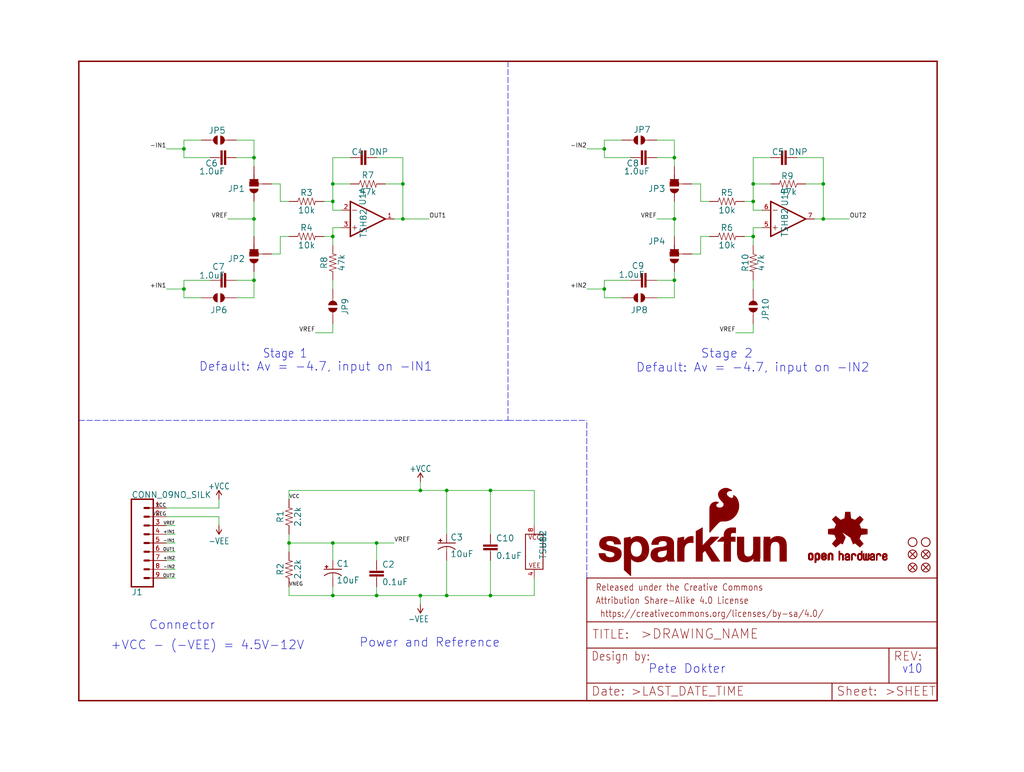
<source format=kicad_sch>
(kicad_sch (version 20211123) (generator eeschema)
  (paper "User" 297.002 223.926)
  (lib_symbols
    (symbol "eagleSchem-eagle-import:0.1UF-0603-25V-(+80{slash}-20%)"
      (property "Reference" "C" (at 1.524 2.921 0))
      (property "Value" "0.1UF-0603-25V-(+80{slash}-20%)" (at 1.524 -2.159 0))
      (symbol "0.1UF-0603-25V-(+80{slash}-20%)_1_0"
        (pin passive line (at 0 5.08 270) (length 2.54) (name "1") (number "1"))
        (pin passive line (at 0 -2.54 90) (length 2.54) (name "2") (number "2"))
      )
    )
    (symbol "eagleSchem-eagle-import:1.0PF-0603-50V-25%"
      (property "Reference" "C" (at 1.524 2.921 0))
      (property "Value" "1.0PF-0603-50V-25%" (at 1.524 -2.159 0))
      (symbol "1.0PF-0603-50V-25%_1_0"
        (pin passive line (at 0 5.08 270) (length 2.54) (name "1") (number "1"))
        (pin passive line (at 0 -2.54 90) (length 2.54) (name "2") (number "2"))
      )
    )
    (symbol "eagleSchem-eagle-import:1.0UF-0603-16V-10%"
      (property "Reference" "C" (at 1.524 2.921 0))
      (property "Value" "1.0UF-0603-16V-10%" (at 1.524 -2.159 0))
      (symbol "1.0UF-0603-16V-10%_1_0"
        (pin passive line (at 0 5.08 270) (length 2.54) (name "1") (number "1"))
        (pin passive line (at 0 -2.54 90) (length 2.54) (name "2") (number "2"))
      )
    )
    (symbol "eagleSchem-eagle-import:10KOHM-0603-1{slash}10W-1%"
      (property "Reference" "R" (at 0 1.524 0))
      (property "Value" "10KOHM-0603-1{slash}10W-1%" (at 0 -1.524 0))
      (symbol "10KOHM-0603-1{slash}10W-1%_1_0"
        (pin passive line (at -5.08 0 0) (length 2.54) (name "1") (number "1"))
        (pin passive line (at 5.08 0 180) (length 2.54) (name "2") (number "2"))
      )
    )
    (symbol "eagleSchem-eagle-import:10UF-POLAR-EIA3216-16V-10%(TANT)"
      (property "Reference" "C" (at 1.016 0.635 0))
      (property "Value" "10UF-POLAR-EIA3216-16V-10%(TANT)" (at 1.016 -4.191 0))
      (symbol "10UF-POLAR-EIA3216-16V-10%(TANT)_1_0"
        (pin passive line (at 0 2.54 270) (length 2.54) (name "+") (number "+"))
        (pin passive line (at 0 -5.08 90) (length 2.54) (name "-") (number "-"))
      )
    )
    (symbol "eagleSchem-eagle-import:2.2KOHM-0603-1{slash}10W-1%"
      (property "Reference" "R" (at 0 1.524 0))
      (property "Value" "2.2KOHM-0603-1{slash}10W-1%" (at 0 -1.524 0))
      (symbol "2.2KOHM-0603-1{slash}10W-1%_1_0"
        (pin passive line (at -5.08 0 0) (length 2.54) (name "1") (number "1"))
        (pin passive line (at 5.08 0 180) (length 2.54) (name "2") (number "2"))
      )
    )
    (symbol "eagleSchem-eagle-import:47KOHM-0603-1{slash}10W-1%"
      (property "Reference" "R" (at 0 1.524 0))
      (property "Value" "47KOHM-0603-1{slash}10W-1%" (at 0 -1.524 0))
      (symbol "47KOHM-0603-1{slash}10W-1%_1_0"
        (pin passive line (at -5.08 0 0) (length 2.54) (name "1") (number "1"))
        (pin passive line (at 5.08 0 180) (length 2.54) (name "2") (number "2"))
      )
    )
    (symbol "eagleSchem-eagle-import:CONN_09NO_SILK"
      (property "Reference" "J" (at 0 13.208 0))
      (property "Value" "CONN_09NO_SILK" (at 0 -14.986 0))
      (symbol "CONN_09NO_SILK_1_0"
        (pin passive line (at 10.16 -10.16 180) (length 5.08) (name "1") (number "1"))
        (pin passive line (at 10.16 -7.62 180) (length 5.08) (name "2") (number "2"))
        (pin passive line (at 10.16 -5.08 180) (length 5.08) (name "3") (number "3"))
        (pin passive line (at 10.16 -2.54 180) (length 5.08) (name "4") (number "4"))
        (pin passive line (at 10.16 0 180) (length 5.08) (name "5") (number "5"))
        (pin passive line (at 10.16 2.54 180) (length 5.08) (name "6") (number "6"))
        (pin passive line (at 10.16 5.08 180) (length 5.08) (name "7") (number "7"))
        (pin passive line (at 10.16 7.62 180) (length 5.08) (name "8") (number "8"))
        (pin passive line (at 10.16 10.16 180) (length 5.08) (name "9") (number "9"))
      )
    )
    (symbol "eagleSchem-eagle-import:FIDUCIALUFIDUCIAL")
    (symbol "eagleSchem-eagle-import:FRAME-LETTER"
      (symbol "FRAME-LETTER_2_0"
        (text " https://creativecommons.org/licenses/by-sa/4.0/" (at 2.54 24.13 0) (effects (font (size 1.9304 1.6408)) (justify left bottom)))
        (text ">DRAWING_NAME" (at 15.494 17.78 0) (effects (font (size 2.7432 2.7432)) (justify left bottom)))
        (text ">LAST_DATE_TIME" (at 12.7 1.27 0) (effects (font (size 2.54 2.54)) (justify left bottom)))
        (text ">SHEET" (at 86.36 1.27 0) (effects (font (size 2.54 2.54)) (justify left bottom)))
        (text "Attribution Share-Alike 4.0 License" (at 2.54 27.94 0) (effects (font (size 1.9304 1.6408)) (justify left bottom)))
        (text "Date:" (at 1.27 1.27 0) (effects (font (size 2.54 2.54)) (justify left bottom)))
        (text "Design by:" (at 1.27 11.43 0) (effects (font (size 2.54 2.159)) (justify left bottom)))
        (text "Released under the Creative Commons" (at 2.54 31.75 0) (effects (font (size 1.9304 1.6408)) (justify left bottom)))
        (text "REV:" (at 88.9 11.43 0) (effects (font (size 2.54 2.54)) (justify left bottom)))
        (text "Sheet:" (at 72.39 1.27 0) (effects (font (size 2.54 2.54)) (justify left bottom)))
        (text "TITLE:" (at 1.524 17.78 0) (effects (font (size 2.54 2.54)) (justify left bottom)))
      )
    )
    (symbol "eagleSchem-eagle-import:JUMPER-SMT_2_NO_SILK"
      (property "Reference" "JP" (at -2.54 2.54 0))
      (property "Value" "JUMPER-SMT_2_NO_SILK" (at -2.54 -2.54 0))
      (symbol "JUMPER-SMT_2_NO_SILK_1_0"
        (pin passive line (at -5.08 0 0) (length 2.54) (name "1") (number "1"))
        (pin passive line (at 5.08 0 180) (length 2.54) (name "2") (number "2"))
      )
    )
    (symbol "eagleSchem-eagle-import:JUMPER-SMT_3_1-NC_TRACE_SILK"
      (property "Reference" "JP" (at 2.54 0.381 0))
      (property "Value" "JUMPER-SMT_3_1-NC_TRACE_SILK" (at 2.54 -0.381 0))
      (symbol "JUMPER-SMT_3_1-NC_TRACE_SILK_1_0"
        (pin passive line (at 0 5.08 270) (length 2.54) (name "1") (number "1"))
        (pin passive line (at -5.08 0 0) (length 2.54) (name "2") (number "2"))
        (pin passive line (at 0 -5.08 90) (length 2.54) (name "3") (number "3"))
      )
    )
    (symbol "eagleSchem-eagle-import:OSHW-LOGOS")
    (symbol "eagleSchem-eagle-import:SFE_LOGO_FLAME.2_INCH")
    (symbol "eagleSchem-eagle-import:SFE_LOGO_NAME_FLAME.1_INCH")
    (symbol "eagleSchem-eagle-import:STAND-OFF")
    (symbol "eagleSchem-eagle-import:TSH82"
      (property "Reference" "U" (at -3.302 -5.08 90))
      (property "Value" "TSH82" (at 5.08 -5.08 90))
      (symbol "TSH82_1_0"
        (pin output line (at 7.62 0 180) (length 2.54) (name "OUT") (number "1"))
        (pin input line (at -7.62 2.54 0) (length 2.54) (name "-IN") (number "2"))
        (pin input line (at -7.62 -2.54 0) (length 2.54) (name "+IN") (number "3"))
      )
      (symbol "TSH82_2_0"
        (pin input line (at -7.62 -2.54 0) (length 2.54) (name "+IN") (number "5"))
        (pin input line (at -7.62 2.54 0) (length 2.54) (name "-IN") (number "6"))
        (pin output line (at 7.62 0 180) (length 2.54) (name "OUT") (number "7"))
      )
      (symbol "TSH82_3_0"
        (text "VCC" (at 0.127 3.429 0) (effects (font (size 1.27 1.27)) (justify bottom)))
        (text "VEE" (at 0.127 -4.699 0) (effects (font (size 1.27 1.27)) (justify bottom)))
        (pin bidirectional line (at 0 -7.62 90) (length 2.54) (name "P$V-") (number "4"))
        (pin bidirectional line (at 0 7.62 270) (length 2.54) (name "P$V+") (number "8"))
      )
    )
    (symbol "eagleSchem-eagle-import:VCC" (power)
      (property "Value" "VCC" (at 0 2.794 0))
      (symbol "VCC_1_0"
        (pin power_in line (at 0 0 90) (length 2.54) (name "VCC") (number "1"))
      )
    )
    (symbol "eagleSchem-eagle-import:VNEG" (power)
      (property "Value" "VNEG" (at 0 -0.254 0))
      (symbol "VNEG_1_0"
        (pin power_in line (at 0 2.54 270) (length 2.54) (name "VNEG") (number "1"))
      )
    )
  )
  (junction (at 218.44 58.42))
  (junction (at 121.92 172.72))
  (junction (at 175.26 83.82))
  (junction (at 73.66 45.72))
  (junction (at 96.52 58.42))
  (junction (at 109.22 172.72))
  (junction (at 195.58 63.5))
  (junction (at 96.52 172.72))
  (junction (at 175.26 43.18))
  (junction (at 53.34 83.82))
  (junction (at 96.52 157.48))
  (junction (at 73.66 81.28))
  (junction (at 238.76 63.5))
  (junction (at 142.24 172.72))
  (junction (at 129.54 142.24))
  (junction (at 96.52 68.58))
  (junction (at 195.58 45.72))
  (junction (at 53.34 43.18))
  (junction (at 218.44 68.58))
  (junction (at 83.82 157.48))
  (junction (at 142.24 142.24))
  (junction (at 195.58 81.28))
  (junction (at 116.84 53.34))
  (junction (at 238.76 53.34))
  (junction (at 129.54 172.72))
  (junction (at 121.92 142.24))
  (junction (at 109.22 157.48))
  (junction (at 218.44 53.34))
  (junction (at 73.66 63.5))
  (junction (at 116.84 63.5))
  (junction (at 96.52 53.34))
  (wire (pts (xy 116.84 63.5) (xy 116.84 53.34)))
  (wire (pts (xy 73.66 63.5) (xy 73.66 68.58)))
  (wire (pts (xy 68.58 40.64) (xy 73.66 40.64)))
  (wire (pts (xy 203.2 68.58) (xy 203.2 73.66)))
  (wire (pts (xy 73.66 58.42) (xy 73.66 63.5)))
  (wire (pts (xy 203.2 73.66) (xy 200.66 73.66)))
  (wire (pts (xy 154.94 172.72) (xy 142.24 172.72)))
  (wire (pts (xy 109.22 170.18) (xy 109.22 172.72)))
  (wire (pts (xy 142.24 154.94) (xy 142.24 142.24)))
  (wire (pts (xy 96.52 68.58) (xy 93.98 68.58)))
  (wire (pts (xy 175.26 81.28) (xy 175.26 83.82)))
  (wire (pts (xy 63.5 147.32) (xy 63.5 144.78)))
  (wire (pts (xy 121.92 142.24) (xy 129.54 142.24)))
  (wire (pts (xy 96.52 58.42) (xy 93.98 58.42)))
  (wire (pts (xy 81.28 58.42) (xy 81.28 53.34)))
  (wire (pts (xy 203.2 53.34) (xy 203.2 58.42)))
  (wire (pts (xy 116.84 45.72) (xy 116.84 53.34)))
  (wire (pts (xy 238.76 63.5) (xy 246.38 63.5)))
  (wire (pts (xy 175.26 43.18) (xy 175.26 45.72)))
  (wire (pts (xy 96.52 53.34) (xy 96.52 58.42)))
  (wire (pts (xy 53.34 43.18) (xy 48.26 43.18)))
  (wire (pts (xy 190.5 86.36) (xy 195.58 86.36)))
  (wire (pts (xy 96.52 45.72) (xy 96.52 53.34)))
  (wire (pts (xy 48.26 157.48) (xy 50.8 157.48)))
  (wire (pts (xy 96.52 71.12) (xy 96.52 68.58)))
  (wire (pts (xy 48.26 152.4) (xy 50.8 152.4)))
  (wire (pts (xy 53.34 83.82) (xy 53.34 86.36)))
  (wire (pts (xy 190.5 45.72) (xy 195.58 45.72)))
  (wire (pts (xy 83.82 58.42) (xy 81.28 58.42)))
  (wire (pts (xy 73.66 40.64) (xy 73.66 45.72)))
  (polyline (pts (xy 147.32 17.78) (xy 147.32 121.92)))
  (wire (pts (xy 48.26 165.1) (xy 50.8 165.1)))
  (wire (pts (xy 238.76 45.72) (xy 231.14 45.72)))
  (wire (pts (xy 142.24 142.24) (xy 129.54 142.24)))
  (wire (pts (xy 81.28 68.58) (xy 81.28 73.66)))
  (wire (pts (xy 238.76 63.5) (xy 238.76 53.34)))
  (wire (pts (xy 218.44 71.12) (xy 218.44 68.58)))
  (wire (pts (xy 96.52 81.28) (xy 96.52 83.82)))
  (wire (pts (xy 175.26 43.18) (xy 170.18 43.18)))
  (wire (pts (xy 195.58 86.36) (xy 195.58 81.28)))
  (wire (pts (xy 142.24 172.72) (xy 129.54 172.72)))
  (wire (pts (xy 73.66 81.28) (xy 73.66 78.74)))
  (wire (pts (xy 154.94 152.4) (xy 154.94 142.24)))
  (wire (pts (xy 53.34 40.64) (xy 53.34 43.18)))
  (wire (pts (xy 68.58 86.36) (xy 73.66 86.36)))
  (wire (pts (xy 83.82 142.24) (xy 121.92 142.24)))
  (wire (pts (xy 96.52 60.96) (xy 96.52 58.42)))
  (wire (pts (xy 96.52 170.18) (xy 96.52 172.72)))
  (wire (pts (xy 48.26 162.56) (xy 50.8 162.56)))
  (wire (pts (xy 53.34 86.36) (xy 58.42 86.36)))
  (wire (pts (xy 233.68 53.34) (xy 238.76 53.34)))
  (wire (pts (xy 218.44 96.52) (xy 213.36 96.52)))
  (polyline (pts (xy 147.32 121.92) (xy 170.18 121.92)))
  (wire (pts (xy 195.58 48.26) (xy 195.58 45.72)))
  (wire (pts (xy 66.04 63.5) (xy 73.66 63.5)))
  (wire (pts (xy 73.66 48.26) (xy 73.66 45.72)))
  (wire (pts (xy 109.22 162.56) (xy 109.22 157.48)))
  (polyline (pts (xy 170.18 167.64) (xy 170.18 121.92)))
  (wire (pts (xy 96.52 93.98) (xy 96.52 96.52)))
  (wire (pts (xy 218.44 66.04) (xy 218.44 68.58)))
  (wire (pts (xy 83.82 157.48) (xy 83.82 160.02)))
  (wire (pts (xy 83.82 170.18) (xy 83.82 172.72)))
  (wire (pts (xy 223.52 45.72) (xy 218.44 45.72)))
  (wire (pts (xy 182.88 81.28) (xy 175.26 81.28)))
  (wire (pts (xy 121.92 139.7) (xy 121.92 142.24)))
  (wire (pts (xy 53.34 83.82) (xy 48.26 83.82)))
  (polyline (pts (xy 22.86 121.92) (xy 147.32 121.92)))
  (wire (pts (xy 48.26 147.32) (xy 63.5 147.32)))
  (wire (pts (xy 142.24 162.56) (xy 142.24 172.72)))
  (wire (pts (xy 238.76 53.34) (xy 238.76 45.72)))
  (wire (pts (xy 129.54 172.72) (xy 129.54 162.56)))
  (wire (pts (xy 236.22 63.5) (xy 238.76 63.5)))
  (wire (pts (xy 205.74 68.58) (xy 203.2 68.58)))
  (wire (pts (xy 81.28 73.66) (xy 78.74 73.66)))
  (wire (pts (xy 58.42 40.64) (xy 53.34 40.64)))
  (wire (pts (xy 83.82 172.72) (xy 96.52 172.72)))
  (wire (pts (xy 83.82 144.78) (xy 83.82 142.24)))
  (wire (pts (xy 83.82 68.58) (xy 81.28 68.58)))
  (wire (pts (xy 195.58 63.5) (xy 195.58 68.58)))
  (wire (pts (xy 96.52 66.04) (xy 96.52 68.58)))
  (wire (pts (xy 220.98 66.04) (xy 218.44 66.04)))
  (wire (pts (xy 99.06 60.96) (xy 96.52 60.96)))
  (wire (pts (xy 195.58 40.64) (xy 190.5 40.64)))
  (wire (pts (xy 99.06 66.04) (xy 96.52 66.04)))
  (wire (pts (xy 96.52 157.48) (xy 83.82 157.48)))
  (wire (pts (xy 195.58 81.28) (xy 195.58 78.74)))
  (wire (pts (xy 60.96 81.28) (xy 53.34 81.28)))
  (wire (pts (xy 154.94 142.24) (xy 142.24 142.24)))
  (wire (pts (xy 195.58 45.72) (xy 195.58 40.64)))
  (wire (pts (xy 96.52 162.56) (xy 96.52 157.48)))
  (wire (pts (xy 203.2 58.42) (xy 205.74 58.42)))
  (wire (pts (xy 175.26 83.82) (xy 175.26 86.36)))
  (wire (pts (xy 129.54 142.24) (xy 129.54 154.94)))
  (wire (pts (xy 218.44 58.42) (xy 218.44 60.96)))
  (wire (pts (xy 121.92 172.72) (xy 129.54 172.72)))
  (wire (pts (xy 175.26 40.64) (xy 175.26 43.18)))
  (wire (pts (xy 175.26 83.82) (xy 170.18 83.82)))
  (wire (pts (xy 48.26 160.02) (xy 50.8 160.02)))
  (wire (pts (xy 83.82 154.94) (xy 83.82 157.48)))
  (wire (pts (xy 190.5 81.28) (xy 195.58 81.28)))
  (wire (pts (xy 121.92 175.26) (xy 121.92 172.72)))
  (wire (pts (xy 218.44 53.34) (xy 218.44 58.42)))
  (wire (pts (xy 223.52 53.34) (xy 218.44 53.34)))
  (wire (pts (xy 101.6 53.34) (xy 96.52 53.34)))
  (wire (pts (xy 218.44 45.72) (xy 218.44 53.34)))
  (wire (pts (xy 101.6 45.72) (xy 96.52 45.72)))
  (wire (pts (xy 109.22 172.72) (xy 121.92 172.72)))
  (wire (pts (xy 53.34 81.28) (xy 53.34 83.82)))
  (wire (pts (xy 48.26 167.64) (xy 50.8 167.64)))
  (wire (pts (xy 116.84 63.5) (xy 124.46 63.5)))
  (wire (pts (xy 109.22 157.48) (xy 96.52 157.48)))
  (wire (pts (xy 53.34 43.18) (xy 53.34 45.72)))
  (wire (pts (xy 73.66 45.72) (xy 68.58 45.72)))
  (wire (pts (xy 63.5 149.86) (xy 63.5 152.4)))
  (wire (pts (xy 218.44 68.58) (xy 215.9 68.58)))
  (wire (pts (xy 195.58 63.5) (xy 190.5 63.5)))
  (wire (pts (xy 175.26 45.72) (xy 182.88 45.72)))
  (wire (pts (xy 215.9 58.42) (xy 218.44 58.42)))
  (wire (pts (xy 73.66 86.36) (xy 73.66 81.28)))
  (wire (pts (xy 48.26 149.86) (xy 63.5 149.86)))
  (wire (pts (xy 218.44 93.98) (xy 218.44 96.52)))
  (wire (pts (xy 96.52 172.72) (xy 109.22 172.72)))
  (wire (pts (xy 218.44 60.96) (xy 220.98 60.96)))
  (wire (pts (xy 96.52 96.52) (xy 91.44 96.52)))
  (wire (pts (xy 53.34 45.72) (xy 60.96 45.72)))
  (wire (pts (xy 218.44 81.28) (xy 218.44 83.82)))
  (wire (pts (xy 109.22 45.72) (xy 116.84 45.72)))
  (wire (pts (xy 154.94 167.64) (xy 154.94 172.72)))
  (wire (pts (xy 114.3 63.5) (xy 116.84 63.5)))
  (wire (pts (xy 195.58 58.42) (xy 195.58 63.5)))
  (wire (pts (xy 200.66 53.34) (xy 203.2 53.34)))
  (wire (pts (xy 48.26 154.94) (xy 50.8 154.94)))
  (wire (pts (xy 116.84 53.34) (xy 111.76 53.34)))
  (wire (pts (xy 109.22 157.48) (xy 114.3 157.48)))
  (wire (pts (xy 68.58 81.28) (xy 73.66 81.28)))
  (wire (pts (xy 81.28 53.34) (xy 78.74 53.34)))
  (wire (pts (xy 175.26 86.36) (xy 180.34 86.36)))
  (wire (pts (xy 180.34 40.64) (xy 175.26 40.64)))
  (text "v10" (at 261.62 195.58 180) (effects (font (size 2.54 2.159)) (justify left bottom)))
  (text "+VCC - (-VEE) = 4.5V-12V" (at 32.004 188.722 180) (effects (font (size 2.54 2.54)) (justify left bottom)))
  (text "Default: Av = -4.7, input on -IN1" (at 57.658 107.95 180) (effects (font (size 2.54 2.54)) (justify left bottom)))
  (text "Stage 1" (at 76.2 104.14 180) (effects (font (size 2.54 2.159)) (justify left bottom)))
  (text "Default: Av = -4.7, input on -IN2" (at 184.404 108.204 180) (effects (font (size 2.54 2.54)) (justify left bottom)))
  (text "Pete Dokter" (at 187.96 195.58 180) (effects (font (size 2.54 2.54)) (justify left bottom)))
  (text "Connector" (at 43.18 182.88 180) (effects (font (size 2.54 2.54)) (justify left bottom)))
  (text "Stage 2" (at 203.2 104.14 180) (effects (font (size 2.54 2.54)) (justify left bottom)))
  (text "Power and Reference" (at 104.14 187.96 180) (effects (font (size 2.54 2.54)) (justify left bottom)))
  (label "OUT1" (at 50.8 160.02 180) (effects (font (size 0.889 0.889))))
  (label "VCC" (at 83.82 144.78 0) (effects (font (size 1.016 1.016))))
  (label "VNEG" (at 83.82 170.18 0) (effects (font (size 1.016 1.016))))
  (label "VREF" (at 190.5 63.5 180) (effects (font (size 1.2446 1.2446))))
  (label "OUT2" (at 246.38 63.5 0) (effects (font (size 1.2446 1.2446))))
  (label "+IN1" (at 50.8 154.94 180) (effects (font (size 0.889 0.889))))
  (label "VREF" (at 66.04 63.5 180) (effects (font (size 1.2446 1.2446))))
  (label "-IN2" (at 170.18 43.18 180) (effects (font (size 1.2446 1.2446))))
  (label "-IN1" (at 50.8 157.48 180) (effects (font (size 0.889 0.889))))
  (label "VREF" (at 114.3 157.48 0) (effects (font (size 1.2446 1.2446))))
  (label "OUT1" (at 124.46 63.5 0) (effects (font (size 1.2446 1.2446))))
  (label "+IN2" (at 50.8 162.56 180) (effects (font (size 0.889 0.889))))
  (label "VCC" (at 48.26 147.32 180) (effects (font (size 1.016 1.016))))
  (label "+IN1" (at 48.26 83.82 180) (effects (font (size 1.2446 1.2446))))
  (label "VREF" (at 50.8 152.4 180) (effects (font (size 0.889 0.889))))
  (label "-IN1" (at 48.26 43.18 180) (effects (font (size 1.2446 1.2446))))
  (label "VNEG" (at 48.26 149.86 180) (effects (font (size 1.016 1.016))))
  (label "+IN2" (at 170.18 83.82 180) (effects (font (size 1.2446 1.2446))))
  (label "VREF" (at 213.36 96.52 180) (effects (font (size 1.2446 1.2446))))
  (label "-IN2" (at 50.8 165.1 180) (effects (font (size 0.889 0.889))))
  (label "VREF" (at 91.44 96.52 180) (effects (font (size 1.2446 1.2446))))
  (label "OUT2" (at 50.8 167.64 180) (effects (font (size 0.889 0.889))))
  (symbol (lib_id "eagleSchem-eagle-import:STAND-OFF") (at 268.478 157.226 0) (unit 1)
    (property "Reference" "H2" (effects hide))
    (property "Value" "STAND-OFF" (effects hide))
    (property "Footprint" "eagleSchem:STAND-OFF" (effects hide))
  )
  (symbol (lib_id "eagleSchem-eagle-import:2.2KOHM-0603-1{slash}10W-1%") (at 83.82 149.86 90) (unit 1)
    (property "Reference" "R1" (at 82.296 149.86 0) (effects (font (size 1.778 1.778)) (justify bottom)))
    (property "Value" "2.2k" (at 85.344 149.86 0) (effects (font (size 1.778 1.778)) (justify top)))
    (property "Footprint" "eagleSchem:0603" (effects hide))
  )
  (symbol (lib_id "eagleSchem-eagle-import:10KOHM-0603-1{slash}10W-1%") (at 210.82 58.42 0) (unit 1)
    (property "Reference" "R5" (at 210.82 56.896 0) (effects (font (size 1.778 1.778)) (justify bottom)))
    (property "Value" "10k" (at 210.82 59.944 0) (effects (font (size 1.778 1.778)) (justify top)))
    (property "Footprint" "eagleSchem:0603" (effects hide))
  )
  (symbol (lib_id "eagleSchem-eagle-import:1.0PF-0603-50V-25%") (at 106.68 45.72 90) (unit 1)
    (property "Reference" "C4" (at 101.854 45.085 90) (effects (font (size 1.778 1.778)) (justify right top)))
    (property "Value" "DNP" (at 106.934 45.085 90) (effects (font (size 1.778 1.778)) (justify right top)))
    (property "Footprint" "eagleSchem:0603" (effects hide))
  )
  (symbol (lib_id "eagleSchem-eagle-import:FIDUCIALUFIDUCIAL") (at 264.668 164.592 0) (unit 1)
    (property "Reference" "FD4" (effects hide))
    (property "Value" "FIDUCIALUFIDUCIAL" (effects hide))
    (property "Footprint" "eagleSchem:FIDUCIAL-MICRO" (effects hide))
  )
  (symbol (lib_id "eagleSchem-eagle-import:JUMPER-SMT_2_NO_SILK") (at 218.44 88.9 270) (unit 1)
    (property "Reference" "JP10" (at 220.98 86.36 0) (effects (font (size 1.778 1.778)) (justify left bottom)))
    (property "Value" "JUMPER-SMT_2_NO_SILK" (effects hide))
    (property "Footprint" "eagleSchem:SMT-JUMPER_2_NO_SILK" (effects hide))
  )
  (symbol (lib_id "eagleSchem-eagle-import:JUMPER-SMT_2_NO_SILK") (at 185.42 86.36 180) (unit 1)
    (property "Reference" "JP8" (at 187.96 88.9 0) (effects (font (size 1.778 1.778)) (justify left bottom)))
    (property "Value" "JUMPER-SMT_2_NO_SILK" (effects hide))
    (property "Footprint" "eagleSchem:SMT-JUMPER_2_NO_SILK" (effects hide))
  )
  (symbol (lib_id "eagleSchem-eagle-import:47KOHM-0603-1{slash}10W-1%") (at 106.68 53.34 0) (unit 1)
    (property "Reference" "R7" (at 106.68 51.816 0) (effects (font (size 1.778 1.778)) (justify bottom)))
    (property "Value" "47k" (at 106.68 56.642 0) (effects (font (size 1.778 1.778)) (justify bottom)))
    (property "Footprint" "eagleSchem:0603" (effects hide))
  )
  (symbol (lib_id "eagleSchem-eagle-import:VNEG") (at 63.5 154.94 0) (mirror y) (unit 1)
    (property "Reference" "#SUPPLY4" (effects hide))
    (property "Value" "-VEE" (at 63.5 155.956 0) (effects (font (size 1.778 1.5113)) (justify top)))
    (property "Footprint" "eagleSchem:" (effects hide))
  )
  (symbol (lib_id "eagleSchem-eagle-import:10KOHM-0603-1{slash}10W-1%") (at 88.9 68.58 0) (unit 1)
    (property "Reference" "R4" (at 88.9 67.056 0) (effects (font (size 1.778 1.778)) (justify bottom)))
    (property "Value" "10k" (at 88.9 70.104 0) (effects (font (size 1.778 1.778)) (justify top)))
    (property "Footprint" "eagleSchem:0603" (effects hide))
  )
  (symbol (lib_id "eagleSchem-eagle-import:0.1UF-0603-25V-(+80{slash}-20%)") (at 142.24 160.02 0) (unit 1)
    (property "Reference" "C10" (at 143.764 157.099 0) (effects (font (size 1.778 1.778)) (justify left bottom)))
    (property "Value" "0.1uF" (at 143.764 162.179 0) (effects (font (size 1.778 1.778)) (justify left bottom)))
    (property "Footprint" "eagleSchem:0603" (effects hide))
  )
  (symbol (lib_id "eagleSchem-eagle-import:OSHW-LOGOS") (at 245.872 154.178 0) (unit 1)
    (property "Reference" "LOGO3" (effects hide))
    (property "Value" "OSHW-LOGOS" (effects hide))
    (property "Footprint" "eagleSchem:OSHW-LOGO-S" (effects hide))
  )
  (symbol (lib_id "eagleSchem-eagle-import:JUMPER-SMT_2_NO_SILK") (at 96.52 88.9 270) (unit 1)
    (property "Reference" "JP9" (at 99.06 86.36 0) (effects (font (size 1.778 1.778)) (justify left bottom)))
    (property "Value" "JUMPER-SMT_2_NO_SILK" (effects hide))
    (property "Footprint" "eagleSchem:SMT-JUMPER_2_NO_SILK" (effects hide))
  )
  (symbol (lib_id "eagleSchem-eagle-import:VNEG") (at 121.92 177.8 0) (unit 1)
    (property "Reference" "#-VEE0" (effects hide))
    (property "Value" "-VEE" (at 121.412 178.562 0) (effects (font (size 1.778 1.5113)) (justify top)))
    (property "Footprint" "eagleSchem:" (effects hide))
  )
  (symbol (lib_id "eagleSchem-eagle-import:10KOHM-0603-1{slash}10W-1%") (at 210.82 68.58 0) (unit 1)
    (property "Reference" "R6" (at 210.82 67.056 0) (effects (font (size 1.778 1.778)) (justify bottom)))
    (property "Value" "10k" (at 210.82 70.104 0) (effects (font (size 1.778 1.778)) (justify top)))
    (property "Footprint" "eagleSchem:0603" (effects hide))
  )
  (symbol (lib_id "eagleSchem-eagle-import:FIDUCIALUFIDUCIAL") (at 268.478 160.782 0) (unit 1)
    (property "Reference" "FD2" (effects hide))
    (property "Value" "FIDUCIALUFIDUCIAL" (effects hide))
    (property "Footprint" "eagleSchem:FIDUCIAL-MICRO" (effects hide))
  )
  (symbol (lib_id "eagleSchem-eagle-import:FIDUCIALUFIDUCIAL") (at 264.668 160.782 0) (unit 1)
    (property "Reference" "FD1" (effects hide))
    (property "Value" "FIDUCIALUFIDUCIAL" (effects hide))
    (property "Footprint" "eagleSchem:FIDUCIAL-MICRO" (effects hide))
  )
  (symbol (lib_id "eagleSchem-eagle-import:1.0UF-0603-16V-10%") (at 187.96 81.28 90) (unit 1)
    (property "Reference" "C9" (at 183.134 78.105 90) (effects (font (size 1.778 1.778)) (justify right top)))
    (property "Value" "1.0uF" (at 179.324 80.645 90) (effects (font (size 1.778 1.778)) (justify right top)))
    (property "Footprint" "eagleSchem:0603" (effects hide))
  )
  (symbol (lib_id "eagleSchem-eagle-import:JUMPER-SMT_3_1-NC_TRACE_SILK") (at 73.66 73.66 180) (unit 1)
    (property "Reference" "JP2" (at 71.12 74.041 0) (effects (font (size 1.778 1.778)) (justify left bottom)))
    (property "Value" "JUMPER-SMT_3_1-NC_TRACE_SILK" (effects hide))
    (property "Footprint" "eagleSchem:SMT-JUMPER_3_1-NC_TRACE_SILK" (effects hide))
  )
  (symbol (lib_id "eagleSchem-eagle-import:VCC") (at 63.5 144.78 0) (mirror y) (unit 1)
    (property "Reference" "#SUPPLY3" (effects hide))
    (property "Value" "+VCC" (at 63.5 141.986 0) (effects (font (size 1.778 1.5113)) (justify bottom)))
    (property "Footprint" "eagleSchem:" (effects hide))
  )
  (symbol (lib_id "eagleSchem-eagle-import:47KOHM-0603-1{slash}10W-1%") (at 218.44 76.2 270) (unit 1)
    (property "Reference" "R10" (at 215.138 76.2 0) (effects (font (size 1.778 1.778)) (justify bottom)))
    (property "Value" "47k" (at 221.742 76.2 0) (effects (font (size 1.778 1.778)) (justify top)))
    (property "Footprint" "eagleSchem:0603" (effects hide))
  )
  (symbol (lib_id "eagleSchem-eagle-import:10KOHM-0603-1{slash}10W-1%") (at 88.9 58.42 0) (unit 1)
    (property "Reference" "R3" (at 88.9 56.896 0) (effects (font (size 1.778 1.778)) (justify bottom)))
    (property "Value" "10k" (at 88.9 59.944 0) (effects (font (size 1.778 1.778)) (justify top)))
    (property "Footprint" "eagleSchem:0603" (effects hide))
  )
  (symbol (lib_id "eagleSchem-eagle-import:JUMPER-SMT_2_NO_SILK") (at 63.5 86.36 180) (unit 1)
    (property "Reference" "JP6" (at 66.04 88.9 0) (effects (font (size 1.778 1.778)) (justify left bottom)))
    (property "Value" "JUMPER-SMT_2_NO_SILK" (effects hide))
    (property "Footprint" "eagleSchem:SMT-JUMPER_2_NO_SILK" (effects hide))
  )
  (symbol (lib_id "eagleSchem-eagle-import:1.0UF-0603-16V-10%") (at 187.96 45.72 90) (unit 1)
    (property "Reference" "C8" (at 185.42 46.355 90) (effects (font (size 1.778 1.778)) (justify left bottom)))
    (property "Value" "1.0uF" (at 180.848 50.673 90) (effects (font (size 1.778 1.778)) (justify right top)))
    (property "Footprint" "eagleSchem:0603" (effects hide))
  )
  (symbol (lib_id "eagleSchem-eagle-import:1.0UF-0603-16V-10%") (at 66.04 81.28 90) (unit 1)
    (property "Reference" "C7" (at 61.468 78.359 90) (effects (font (size 1.778 1.778)) (justify right top)))
    (property "Value" "1.0uF" (at 57.658 80.899 90) (effects (font (size 1.778 1.778)) (justify right top)))
    (property "Footprint" "eagleSchem:0603" (effects hide))
  )
  (symbol (lib_id "eagleSchem-eagle-import:SFE_LOGO_NAME_FLAME.1_INCH") (at 172.974 167.386 0) (unit 1)
    (property "Reference" "LOGO2" (effects hide))
    (property "Value" "SFE_LOGO_NAME_FLAME.1_INCH" (effects hide))
    (property "Footprint" "eagleSchem:SFE_LOGO_NAME_FLAME_.1" (effects hide))
  )
  (symbol (lib_id "eagleSchem-eagle-import:FIDUCIALUFIDUCIAL") (at 268.478 164.592 0) (unit 1)
    (property "Reference" "FD3" (effects hide))
    (property "Value" "FIDUCIALUFIDUCIAL" (effects hide))
    (property "Footprint" "eagleSchem:FIDUCIAL-MICRO" (effects hide))
  )
  (symbol (lib_id "eagleSchem-eagle-import:CONN_09NO_SILK") (at 38.1 157.48 0) (mirror x) (unit 1)
    (property "Reference" "J1" (at 38.1 170.688 0) (effects (font (size 1.778 1.778)) (justify left bottom)))
    (property "Value" "CONN_09NO_SILK" (at 38.1 142.494 0) (effects (font (size 1.778 1.778)) (justify left bottom)))
    (property "Footprint" "eagleSchem:1X09_NO_SILK" (effects hide))
  )
  (symbol (lib_id "eagleSchem-eagle-import:JUMPER-SMT_3_1-NC_TRACE_SILK") (at 195.58 53.34 180) (unit 1)
    (property "Reference" "JP3" (at 193.04 53.721 0) (effects (font (size 1.778 1.778)) (justify left bottom)))
    (property "Value" "JUMPER-SMT_3_1-NC_TRACE_SILK" (effects hide))
    (property "Footprint" "eagleSchem:SMT-JUMPER_3_1-NC_TRACE_SILK" (effects hide))
  )
  (symbol (lib_id "eagleSchem-eagle-import:10UF-POLAR-EIA3216-16V-10%(TANT)") (at 129.54 157.48 0) (unit 1)
    (property "Reference" "C3" (at 130.556 156.845 0) (effects (font (size 1.778 1.778)) (justify left bottom)))
    (property "Value" "10uF" (at 130.556 161.671 0) (effects (font (size 1.778 1.778)) (justify left bottom)))
    (property "Footprint" "eagleSchem:EIA3216" (effects hide))
  )
  (symbol (lib_id "eagleSchem-eagle-import:STAND-OFF") (at 264.668 157.226 0) (unit 1)
    (property "Reference" "H1" (effects hide))
    (property "Value" "STAND-OFF" (effects hide))
    (property "Footprint" "eagleSchem:STAND-OFF" (effects hide))
  )
  (symbol (lib_id "eagleSchem-eagle-import:JUMPER-SMT_2_NO_SILK") (at 185.42 40.64 180) (unit 1)
    (property "Reference" "JP7" (at 183.642 38.608 0) (effects (font (size 1.778 1.778)) (justify right top)))
    (property "Value" "JUMPER-SMT_2_NO_SILK" (effects hide))
    (property "Footprint" "eagleSchem:SMT-JUMPER_2_NO_SILK" (effects hide))
  )
  (symbol (lib_id "eagleSchem-eagle-import:VCC") (at 121.92 139.7 0) (unit 1)
    (property "Reference" "#+VCC0" (effects hide))
    (property "Value" "+VCC" (at 121.92 136.906 0) (effects (font (size 1.778 1.5113)) (justify bottom)))
    (property "Footprint" "eagleSchem:" (effects hide))
  )
  (symbol (lib_id "eagleSchem-eagle-import:47KOHM-0603-1{slash}10W-1%") (at 96.52 76.2 90) (unit 1)
    (property "Reference" "R8" (at 94.996 76.2 0) (effects (font (size 1.778 1.778)) (justify bottom)))
    (property "Value" "47k" (at 98.044 76.2 0) (effects (font (size 1.778 1.778)) (justify top)))
    (property "Footprint" "eagleSchem:0603" (effects hide))
  )
  (symbol (lib_id "eagleSchem-eagle-import:TSH82") (at 106.68 63.5 0) (unit 1)
    (property "Reference" "U1" (at 106.172 59.69 90) (effects (font (size 1.778 1.778)) (justify left bottom)))
    (property "Value" "TSH82" (at 106.426 69.088 90) (effects (font (size 1.778 1.778)) (justify left bottom)))
    (property "Footprint" "eagleSchem:SO08" (effects hide))
  )
  (symbol (lib_id "eagleSchem-eagle-import:SFE_LOGO_FLAME.2_INCH") (at 205.486 154.94 0) (unit 1)
    (property "Reference" "LOGO1" (effects hide))
    (property "Value" "SFE_LOGO_FLAME.2_INCH" (effects hide))
    (property "Footprint" "eagleSchem:SFE_LOGO_FLAME_.2" (effects hide))
  )
  (symbol (lib_id "eagleSchem-eagle-import:FRAME-LETTER") (at 170.18 203.2 0) (unit 2)
    (property "Reference" "FRAME1" (effects hide))
    (property "Value" "FRAME-LETTER" (effects hide))
    (property "Footprint" "eagleSchem:CREATIVE_COMMONS" (effects hide))
  )
  (symbol (lib_id "eagleSchem-eagle-import:JUMPER-SMT_2_NO_SILK") (at 63.5 40.64 180) (unit 1)
    (property "Reference" "JP5" (at 65.532 36.83 0) (effects (font (size 1.778 1.778)) (justify left bottom)))
    (property "Value" "JUMPER-SMT_2_NO_SILK" (effects hide))
    (property "Footprint" "eagleSchem:SMT-JUMPER_2_NO_SILK" (effects hide))
  )
  (symbol (lib_id "eagleSchem-eagle-import:47KOHM-0603-1{slash}10W-1%") (at 228.6 53.34 180) (unit 1)
    (property "Reference" "R9" (at 228.346 50.038 0) (effects (font (size 1.778 1.778)) (justify bottom)))
    (property "Value" "47k" (at 228.6 56.642 0) (effects (font (size 1.778 1.778)) (justify top)))
    (property "Footprint" "eagleSchem:0603" (effects hide))
  )
  (symbol (lib_id "eagleSchem-eagle-import:JUMPER-SMT_3_1-NC_TRACE_SILK") (at 195.58 73.66 180) (unit 1)
    (property "Reference" "JP4" (at 193.04 68.961 0) (effects (font (size 1.778 1.778)) (justify left bottom)))
    (property "Value" "JUMPER-SMT_3_1-NC_TRACE_SILK" (effects hide))
    (property "Footprint" "eagleSchem:SMT-JUMPER_3_1-NC_TRACE_SILK" (effects hide))
  )
  (symbol (lib_id "eagleSchem-eagle-import:1.0UF-0603-16V-10%") (at 66.04 45.72 90) (unit 1)
    (property "Reference" "C6" (at 63.246 46.355 90) (effects (font (size 1.778 1.778)) (justify left bottom)))
    (property "Value" "1.0uF" (at 57.658 50.673 90) (effects (font (size 1.778 1.778)) (justify right top)))
    (property "Footprint" "eagleSchem:0603" (effects hide))
  )
  (symbol (lib_id "eagleSchem-eagle-import:0.1UF-0603-25V-(+80{slash}-20%)") (at 109.22 167.64 0) (unit 1)
    (property "Reference" "C2" (at 110.744 164.719 0) (effects (font (size 1.778 1.778)) (justify left bottom)))
    (property "Value" "0.1uF" (at 110.744 169.799 0) (effects (font (size 1.778 1.778)) (justify left bottom)))
    (property "Footprint" "eagleSchem:0603" (effects hide))
  )
  (symbol (lib_id "eagleSchem-eagle-import:2.2KOHM-0603-1{slash}10W-1%") (at 83.82 165.1 90) (unit 1)
    (property "Reference" "R2" (at 82.296 165.1 0) (effects (font (size 1.778 1.778)) (justify bottom)))
    (property "Value" "2.2k" (at 85.344 165.1 0) (effects (font (size 1.778 1.778)) (justify top)))
    (property "Footprint" "eagleSchem:0603" (effects hide))
  )
  (symbol (lib_id "eagleSchem-eagle-import:FRAME-LETTER") (at 22.86 203.2 0) (unit 1)
    (property "Reference" "FRAME1" (effects hide))
    (property "Value" "FRAME-LETTER" (effects hide))
    (property "Footprint" "eagleSchem:CREATIVE_COMMONS" (effects hide))
  )
  (symbol (lib_id "eagleSchem-eagle-import:10UF-POLAR-EIA3216-16V-10%(TANT)") (at 96.52 165.1 0) (unit 1)
    (property "Reference" "C1" (at 97.536 164.465 0) (effects (font (size 1.778 1.778)) (justify left bottom)))
    (property "Value" "10uF" (at 97.536 169.291 0) (effects (font (size 1.778 1.778)) (justify left bottom)))
    (property "Footprint" "eagleSchem:EIA3216" (effects hide))
  )
  (symbol (lib_id "eagleSchem-eagle-import:1.0PF-0603-50V-25%") (at 228.6 45.72 90) (unit 1)
    (property "Reference" "C5" (at 223.774 45.085 90) (effects (font (size 1.778 1.778)) (justify right top)))
    (property "Value" "DNP" (at 228.6 45.085 90) (effects (font (size 1.778 1.778)) (justify right top)))
    (property "Footprint" "eagleSchem:0603" (effects hide))
  )
  (symbol (lib_id "eagleSchem-eagle-import:TSH82") (at 154.94 160.02 0) (unit 3)
    (property "Reference" "U1" (at 158.496 159.258 90) (effects (font (size 1.778 1.778)) (justify left bottom)))
    (property "Value" "TSH82" (at 158.496 162.306 90) (effects (font (size 1.778 1.778)) (justify left bottom)))
    (property "Footprint" "eagleSchem:SO08" (effects hide))
  )
  (symbol (lib_id "eagleSchem-eagle-import:TSH82") (at 228.6 63.5 0) (unit 2)
    (property "Reference" "U1" (at 228.6 59.944 90) (effects (font (size 1.778 1.778)) (justify left bottom)))
    (property "Value" "TSH82" (at 228.6 68.834 90) (effects (font (size 1.778 1.778)) (justify left bottom)))
    (property "Footprint" "eagleSchem:SO08" (effects hide))
  )
  (symbol (lib_id "eagleSchem-eagle-import:JUMPER-SMT_3_1-NC_TRACE_SILK") (at 73.66 53.34 180) (unit 1)
    (property "Reference" "JP1" (at 71.12 53.721 0) (effects (font (size 1.778 1.778)) (justify left bottom)))
    (property "Value" "JUMPER-SMT_3_1-NC_TRACE_SILK" (effects hide))
    (property "Footprint" "eagleSchem:SMT-JUMPER_3_1-NC_TRACE_SILK" (effects hide))
  )
)
</source>
